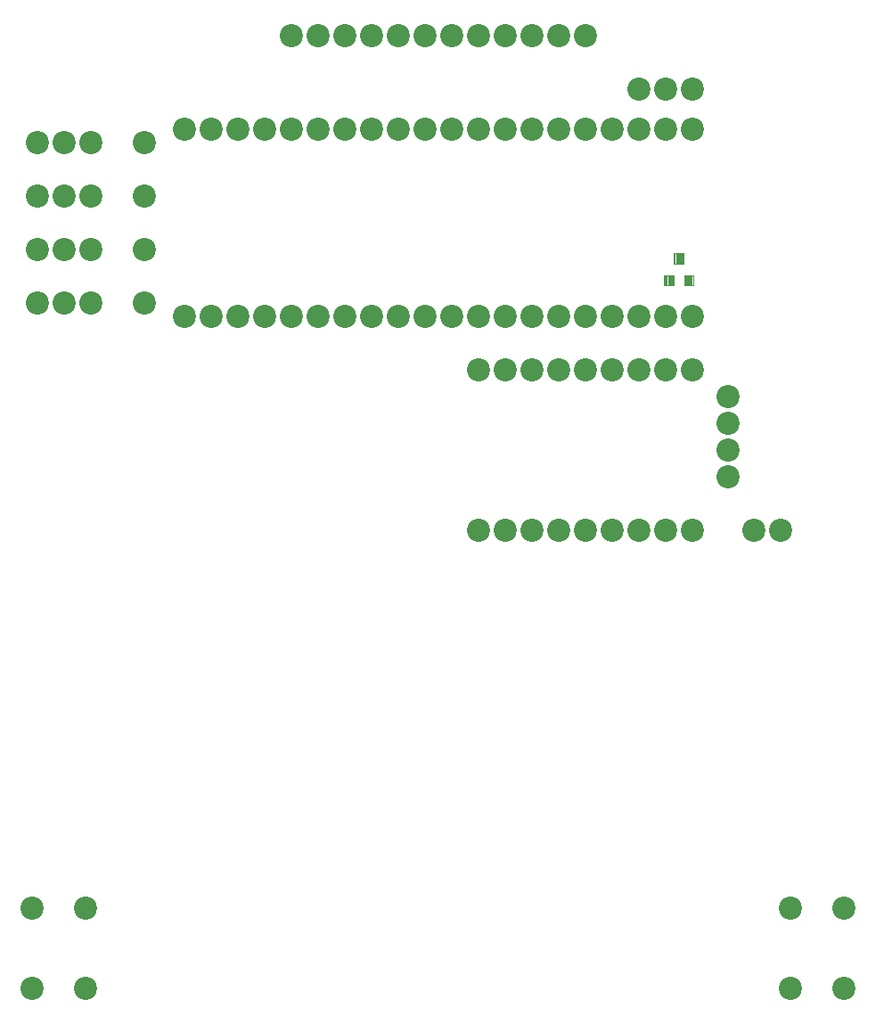
<source format=gbs>
G71*G90*G75*D02*
%ASAXBY*OFA0B0*MOMM*FSLAX44Y44*IPPOS*%
%ADD11C,0.100*%
%ADD23C,2.200*%
G54D23*
G01X465500Y962300D03*
X516300D03*
X465500Y1038500D03*
X516300D03*
X1185500Y962300D03*
X1236300D03*
X1185500Y1038500D03*
X1236300D03*
G54D11*
X1075000Y1650700D02*
Y1660700D01*
X1084000D01*
Y1650700D01*
X1075000D01*
X1075950D02*
Y1660700D01*
X1076900Y1650700D02*
Y1660700D01*
X1077850Y1650700D02*
Y1660700D01*
X1078800Y1650700D02*
Y1660700D01*
X1079750Y1650700D02*
Y1660700D01*
X1080700Y1650700D02*
Y1660700D01*
X1081650Y1650700D02*
Y1660700D01*
X1082600Y1650700D02*
Y1660700D01*
X1083550Y1650700D02*
Y1660700D01*
X1065500Y1629700D02*
Y1639700D01*
X1074500D01*
Y1629700D01*
X1065500D01*
X1066450D02*
Y1639700D01*
X1067400Y1629700D02*
Y1639700D01*
X1068350Y1629700D02*
Y1639700D01*
X1069300Y1629700D02*
Y1639700D01*
X1070250Y1629700D02*
Y1639700D01*
X1071200Y1629700D02*
Y1639700D01*
X1072150Y1629700D02*
Y1639700D01*
X1073100Y1629700D02*
Y1639700D01*
X1074050Y1629700D02*
Y1639700D01*
X1084500Y1629700D02*
Y1639700D01*
X1093500D01*
Y1629700D01*
X1084500D01*
X1085450D02*
Y1639700D01*
X1086400Y1629700D02*
Y1639700D01*
X1087350Y1629700D02*
Y1639700D01*
X1088300Y1629700D02*
Y1639700D01*
X1089250Y1629700D02*
Y1639700D01*
X1090200Y1629700D02*
Y1639700D01*
X1091150Y1629700D02*
Y1639700D01*
X1092100Y1629700D02*
Y1639700D01*
X1093050Y1629700D02*
Y1639700D01*
G54D23*
X1176600Y1397000D03*
X1151200D03*
X1126700Y1524000D03*
Y1498600D03*
Y1473200D03*
Y1447800D03*
X1092200Y1397000D03*
X1066800D03*
X1041400D03*
X1016000D03*
X990600D03*
X965200D03*
X939800D03*
X914400D03*
X889000D03*
X1092200Y1549400D03*
X1066800D03*
X1041400D03*
X1016000D03*
X990600D03*
X965200D03*
X939800D03*
X914400D03*
X889000D03*
X990600Y1778000D03*
X1016000D03*
X1041400D03*
X1066800D03*
X1092200D03*
X863600D03*
X889000D03*
X914400D03*
X939800D03*
X965200D03*
X736600D03*
X762000D03*
X787400D03*
X812800D03*
X838200D03*
X609600D03*
X635000D03*
X660400D03*
X685800D03*
X711200D03*
X990600Y1600200D03*
X1016000D03*
X1041400D03*
X1066800D03*
X1092200D03*
X863600D03*
X889000D03*
X914400D03*
X939800D03*
X965200D03*
X736600D03*
X762000D03*
X787400D03*
X812800D03*
X838200D03*
X609600D03*
X635000D03*
X660400D03*
X685800D03*
X711200D03*
X736600Y1866900D03*
X762000D03*
X787400D03*
X812800D03*
X838200D03*
X863600D03*
X889000D03*
X914400D03*
X939800D03*
X965200D03*
X495300Y1765300D03*
X469900D03*
X495300Y1714500D03*
X469900D03*
X495300Y1663700D03*
X469900D03*
Y1612900D03*
X495300D03*
X520700D03*
X571500D03*
X520700Y1663700D03*
X571500D03*
X520700Y1714500D03*
X571500D03*
X520700Y1765300D03*
X571500D03*
X1041400Y1816100D03*
X1066800D03*
X1092200D03*
X711200Y1866900D03*
X990600D03*
G01X0Y0D02*
M02*

</source>
